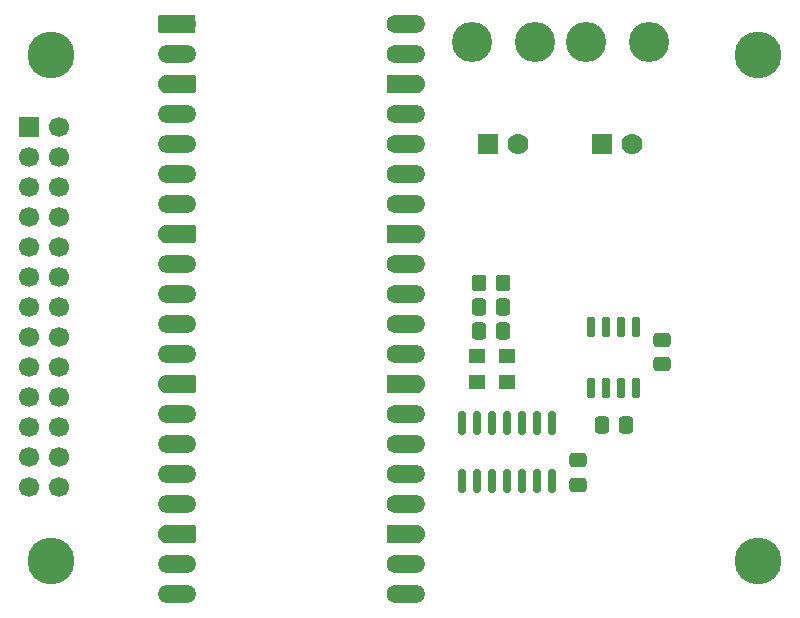
<source format=gbr>
%TF.GenerationSoftware,KiCad,Pcbnew,9.0.2-9.0.2-0~ubuntu24.04.1*%
%TF.CreationDate,2025-06-13T20:07:30-07:00*%
%TF.ProjectId,Pico-CAN,5069636f-2d43-4414-9e2e-6b696361645f,1.0*%
%TF.SameCoordinates,Original*%
%TF.FileFunction,Soldermask,Top*%
%TF.FilePolarity,Negative*%
%FSLAX46Y46*%
G04 Gerber Fmt 4.6, Leading zero omitted, Abs format (unit mm)*
G04 Created by KiCad (PCBNEW 9.0.2-9.0.2-0~ubuntu24.04.1) date 2025-06-13 20:07:30*
%MOMM*%
%LPD*%
G01*
G04 APERTURE LIST*
G04 Aperture macros list*
%AMRoundRect*
0 Rectangle with rounded corners*
0 $1 Rounding radius*
0 $2 $3 $4 $5 $6 $7 $8 $9 X,Y pos of 4 corners*
0 Add a 4 corners polygon primitive as box body*
4,1,4,$2,$3,$4,$5,$6,$7,$8,$9,$2,$3,0*
0 Add four circle primitives for the rounded corners*
1,1,$1+$1,$2,$3*
1,1,$1+$1,$4,$5*
1,1,$1+$1,$6,$7*
1,1,$1+$1,$8,$9*
0 Add four rect primitives between the rounded corners*
20,1,$1+$1,$2,$3,$4,$5,0*
20,1,$1+$1,$4,$5,$6,$7,0*
20,1,$1+$1,$6,$7,$8,$9,0*
20,1,$1+$1,$8,$9,$2,$3,0*%
%AMFreePoly0*
4,1,37,0.800000,0.796148,0.878414,0.796148,1.032228,0.765552,1.177117,0.705537,1.307515,0.618408,1.418408,0.507515,1.505537,0.377117,1.565552,0.232228,1.596148,0.078414,1.596148,-0.078414,1.565552,-0.232228,1.505537,-0.377117,1.418408,-0.507515,1.307515,-0.618408,1.177117,-0.705537,1.032228,-0.765552,0.878414,-0.796148,0.800000,-0.796148,0.800000,-0.800000,-1.400000,-0.800000,
-1.403843,-0.796157,-1.439018,-0.796157,-1.511114,-0.766294,-1.566294,-0.711114,-1.596157,-0.639018,-1.596157,-0.603843,-1.600000,-0.600000,-1.600000,0.600000,-1.596157,0.603843,-1.596157,0.639018,-1.566294,0.711114,-1.511114,0.766294,-1.439018,0.796157,-1.403843,0.796157,-1.400000,0.800000,0.800000,0.800000,0.800000,0.796148,0.800000,0.796148,$1*%
%AMFreePoly1*
4,1,37,1.403843,0.796157,1.439018,0.796157,1.511114,0.766294,1.566294,0.711114,1.596157,0.639018,1.596157,0.603843,1.600000,0.600000,1.600000,-0.600000,1.596157,-0.603843,1.596157,-0.639018,1.566294,-0.711114,1.511114,-0.766294,1.439018,-0.796157,1.403843,-0.796157,1.400000,-0.800000,-0.800000,-0.800000,-0.800000,-0.796148,-0.878414,-0.796148,-1.032228,-0.765552,-1.177117,-0.705537,
-1.307515,-0.618408,-1.418408,-0.507515,-1.505537,-0.377117,-1.565552,-0.232228,-1.596148,-0.078414,-1.596148,0.078414,-1.565552,0.232228,-1.505537,0.377117,-1.418408,0.507515,-1.307515,0.618408,-1.177117,0.705537,-1.032228,0.765552,-0.878414,0.796148,-0.800000,0.796148,-0.800000,0.800000,1.400000,0.800000,1.403843,0.796157,1.403843,0.796157,$1*%
%AMFreePoly2*
4,1,37,0.603843,0.796157,0.639018,0.796157,0.711114,0.766294,0.766294,0.711114,0.796157,0.639018,0.796157,0.603843,0.800000,0.600000,0.800000,-0.600000,0.796157,-0.603843,0.796157,-0.639018,0.766294,-0.711114,0.711114,-0.766294,0.639018,-0.796157,0.603843,-0.796157,0.600000,-0.800000,0.000000,-0.800000,0.000000,-0.796148,-0.078414,-0.796148,-0.232228,-0.765552,-0.377117,-0.705537,
-0.507515,-0.618408,-0.618408,-0.507515,-0.705537,-0.377117,-0.765552,-0.232228,-0.796148,-0.078414,-0.796148,0.078414,-0.765552,0.232228,-0.705537,0.377117,-0.618408,0.507515,-0.507515,0.618408,-0.377117,0.705537,-0.232228,0.765552,-0.078414,0.796148,0.000000,0.796148,0.000000,0.800000,0.600000,0.800000,0.603843,0.796157,0.603843,0.796157,$1*%
%AMFreePoly3*
4,1,37,0.000000,0.796148,0.078414,0.796148,0.232228,0.765552,0.377117,0.705537,0.507515,0.618408,0.618408,0.507515,0.705537,0.377117,0.765552,0.232228,0.796148,0.078414,0.796148,-0.078414,0.765552,-0.232228,0.705537,-0.377117,0.618408,-0.507515,0.507515,-0.618408,0.377117,-0.705537,0.232228,-0.765552,0.078414,-0.796148,0.000000,-0.796148,0.000000,-0.800000,-0.600000,-0.800000,
-0.603843,-0.796157,-0.639018,-0.796157,-0.711114,-0.766294,-0.766294,-0.711114,-0.796157,-0.639018,-0.796157,-0.603843,-0.800000,-0.600000,-0.800000,0.600000,-0.796157,0.603843,-0.796157,0.639018,-0.766294,0.711114,-0.711114,0.766294,-0.639018,0.796157,-0.603843,0.796157,-0.600000,0.800000,0.000000,0.800000,0.000000,0.796148,0.000000,0.796148,$1*%
G04 Aperture macros list end*
%ADD10RoundRect,0.250000X0.337500X0.475000X-0.337500X0.475000X-0.337500X-0.475000X0.337500X-0.475000X0*%
%ADD11R,1.400000X1.200000*%
%ADD12C,3.962400*%
%ADD13C,3.400000*%
%ADD14R,1.778000X1.778000*%
%ADD15C,1.778000*%
%ADD16RoundRect,0.250000X-0.475000X0.337500X-0.475000X-0.337500X0.475000X-0.337500X0.475000X0.337500X0*%
%ADD17RoundRect,0.250000X0.350000X0.450000X-0.350000X0.450000X-0.350000X-0.450000X0.350000X-0.450000X0*%
%ADD18RoundRect,0.150000X-0.150000X0.825000X-0.150000X-0.825000X0.150000X-0.825000X0.150000X0.825000X0*%
%ADD19RoundRect,0.150000X0.150000X-0.725000X0.150000X0.725000X-0.150000X0.725000X-0.150000X-0.725000X0*%
%ADD20RoundRect,0.250000X0.475000X-0.337500X0.475000X0.337500X-0.475000X0.337500X-0.475000X-0.337500X0*%
%ADD21RoundRect,0.250000X-0.337500X-0.475000X0.337500X-0.475000X0.337500X0.475000X-0.337500X0.475000X0*%
%ADD22FreePoly0,0.000000*%
%ADD23RoundRect,0.200000X-0.600000X-0.600000X0.600000X-0.600000X0.600000X0.600000X-0.600000X0.600000X0*%
%ADD24RoundRect,0.800000X-0.800000X-0.000010X0.800000X-0.000010X0.800000X0.000010X-0.800000X0.000010X0*%
%ADD25C,1.600000*%
%ADD26FreePoly1,0.000000*%
%ADD27FreePoly2,0.000000*%
%ADD28FreePoly3,0.000000*%
%ADD29R,1.700000X1.700000*%
%ADD30C,1.700000*%
G04 APERTURE END LIST*
D10*
%TO.C,C2*%
X211341700Y-131445000D03*
X209266700Y-131445000D03*
%TD*%
D11*
%TO.C,U2*%
X211685200Y-133594600D03*
X209145200Y-133594600D03*
X209145200Y-135794600D03*
X211685200Y-135794600D03*
%TD*%
D12*
%TO.C,H4*%
X232920000Y-150920000D03*
%TD*%
D13*
%TO.C,J3*%
X218330000Y-106953500D03*
X223670000Y-106953500D03*
D14*
X219730000Y-115593500D03*
D15*
X222270000Y-115593500D03*
%TD*%
D12*
%TO.C,H3*%
X173080000Y-150920000D03*
%TD*%
%TO.C,H2*%
X232920000Y-108080000D03*
%TD*%
D16*
%TO.C,C3*%
X224790000Y-132185500D03*
X224790000Y-134260500D03*
%TD*%
D17*
%TO.C,R1*%
X211304200Y-127381000D03*
X209304200Y-127381000D03*
%TD*%
D18*
%TO.C,U3*%
X215507500Y-139215000D03*
X214237500Y-139215000D03*
X212967500Y-139215000D03*
X211697500Y-139215000D03*
X210427500Y-139215000D03*
X209157500Y-139215000D03*
X207887500Y-139215000D03*
X207887500Y-144165000D03*
X209157500Y-144165000D03*
X210427500Y-144165000D03*
X211697500Y-144165000D03*
X212967500Y-144165000D03*
X214237500Y-144165000D03*
X215507500Y-144165000D03*
%TD*%
D12*
%TO.C,H1*%
X173080000Y-108080000D03*
%TD*%
D10*
%TO.C,C4*%
X221763500Y-139369800D03*
X219688500Y-139369800D03*
%TD*%
D13*
%TO.C,J2*%
X208660000Y-107000000D03*
X214000000Y-107000000D03*
D14*
X210060000Y-115640000D03*
D15*
X212600000Y-115640000D03*
%TD*%
D19*
%TO.C,U1*%
X218792500Y-136265000D03*
X220062500Y-136265000D03*
X221332500Y-136265000D03*
X222602500Y-136265000D03*
X222602500Y-131115000D03*
X221332500Y-131115000D03*
X220062500Y-131115000D03*
X218792500Y-131115000D03*
%TD*%
D20*
%TO.C,C5*%
X217703400Y-144471300D03*
X217703400Y-142396300D03*
%TD*%
D21*
%TO.C,C1*%
X209266700Y-129413000D03*
X211341700Y-129413000D03*
%TD*%
D22*
%TO.C,A1*%
X183700000Y-105440000D03*
D23*
X184500000Y-105440000D03*
D24*
X183700000Y-107980000D03*
D25*
X184500000Y-107980000D03*
D26*
X183700000Y-110520000D03*
D27*
X184500000Y-110520000D03*
D24*
X183700000Y-113060000D03*
D25*
X184500000Y-113060000D03*
D24*
X183700000Y-115600000D03*
D25*
X184500000Y-115600000D03*
D24*
X183700000Y-118140000D03*
D25*
X184500000Y-118140000D03*
D24*
X183700000Y-120680000D03*
D25*
X184500000Y-120680000D03*
D26*
X183700000Y-123220000D03*
D27*
X184500000Y-123220000D03*
D24*
X183700000Y-125760000D03*
D25*
X184500000Y-125760000D03*
D24*
X183700000Y-128300000D03*
D25*
X184500000Y-128300000D03*
D24*
X183700000Y-130840000D03*
D25*
X184500000Y-130840000D03*
D24*
X183700000Y-133380000D03*
D25*
X184500000Y-133380000D03*
D26*
X183700000Y-135920000D03*
D27*
X184500000Y-135920000D03*
D24*
X183700000Y-138460000D03*
D25*
X184500000Y-138460000D03*
D24*
X183700000Y-141000000D03*
D25*
X184500000Y-141000000D03*
D24*
X183700000Y-143540000D03*
D25*
X184500000Y-143540000D03*
D24*
X183700000Y-146080000D03*
D25*
X184500000Y-146080000D03*
D26*
X183700000Y-148620000D03*
D27*
X184500000Y-148620000D03*
D24*
X183700000Y-151160000D03*
D25*
X184500000Y-151160000D03*
D24*
X183700000Y-153700000D03*
D25*
X184500000Y-153700000D03*
X202280000Y-153700000D03*
D24*
X203080000Y-153700000D03*
D25*
X202280000Y-151160000D03*
D24*
X203080000Y-151160000D03*
D28*
X202280000Y-148620000D03*
D22*
X203080000Y-148620000D03*
D25*
X202280000Y-146080000D03*
D24*
X203080000Y-146080000D03*
D25*
X202280000Y-143540000D03*
D24*
X203080000Y-143540000D03*
D25*
X202280000Y-141000000D03*
D24*
X203080000Y-141000000D03*
D25*
X202280000Y-138460000D03*
D24*
X203080000Y-138460000D03*
D28*
X202280000Y-135920000D03*
D22*
X203080000Y-135920000D03*
D25*
X202280000Y-133380000D03*
D24*
X203080000Y-133380000D03*
D25*
X202280000Y-130840000D03*
D24*
X203080000Y-130840000D03*
D25*
X202280000Y-128300000D03*
D24*
X203080000Y-128300000D03*
D25*
X202280000Y-125760000D03*
D24*
X203080000Y-125760000D03*
D28*
X202280000Y-123220000D03*
D22*
X203080000Y-123220000D03*
D25*
X202280000Y-120680000D03*
D24*
X203080000Y-120680000D03*
D25*
X202280000Y-118140000D03*
D24*
X203080000Y-118140000D03*
D25*
X202280000Y-115600000D03*
D24*
X203080000Y-115600000D03*
D25*
X202280000Y-113060000D03*
D24*
X203080000Y-113060000D03*
D28*
X202280000Y-110520000D03*
D22*
X203080000Y-110520000D03*
D25*
X202280000Y-107980000D03*
D24*
X203080000Y-107980000D03*
D25*
X202280000Y-105440000D03*
D24*
X203080000Y-105440000D03*
%TD*%
D29*
%TO.C,J1*%
X171196000Y-114173000D03*
D30*
X173736000Y-114173000D03*
X171196000Y-116713000D03*
X173736000Y-116713000D03*
X171196000Y-119253000D03*
X173736000Y-119253000D03*
X171196000Y-121793000D03*
X173736000Y-121793000D03*
X171196000Y-124333000D03*
X173736000Y-124333000D03*
X171196000Y-126873000D03*
X173736000Y-126873000D03*
X171196000Y-129413000D03*
X173736000Y-129413000D03*
X171196000Y-131953000D03*
X173736000Y-131953000D03*
X171196000Y-134493000D03*
X173736000Y-134493000D03*
X171196000Y-137033000D03*
X173736000Y-137033000D03*
X171196000Y-139573000D03*
X173736000Y-139573000D03*
X171196000Y-142113000D03*
X173736000Y-142113000D03*
X171196000Y-144653000D03*
X173736000Y-144653000D03*
%TD*%
M02*

</source>
